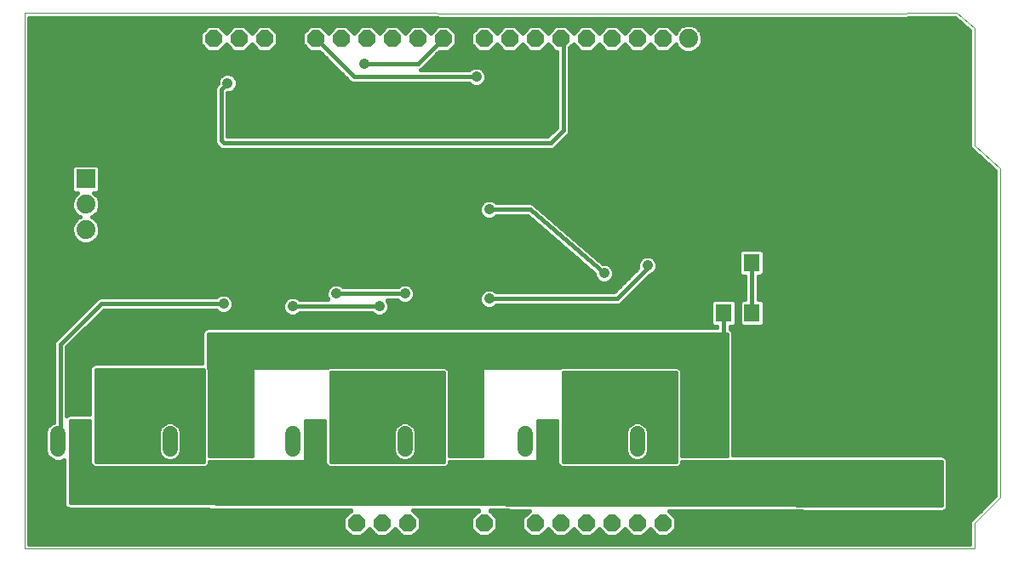
<source format=gbl>
G75*
%MOIN*%
%OFA0B0*%
%FSLAX25Y25*%
%IPPOS*%
%LPD*%
%AMOC8*
5,1,8,0,0,1.08239X$1,22.5*
%
%ADD10C,0.00000*%
%ADD11R,0.06299X0.07098*%
%ADD12R,0.06299X0.07087*%
%ADD13R,0.07087X0.12598*%
%ADD14OC8,0.06600*%
%ADD15C,0.06600*%
%ADD16R,0.06500X0.06500*%
%ADD17R,0.07400X0.07400*%
%ADD18C,0.07400*%
%ADD19OC8,0.15000*%
%ADD20C,0.06000*%
%ADD21C,0.04134*%
%ADD22C,0.01600*%
D10*
X0005000Y0005000D02*
X0005000Y0215000D01*
X0330921Y0214701D01*
X0370000Y0215000D01*
X0377000Y0209000D01*
X0377000Y0163000D01*
X0387000Y0154000D01*
X0387000Y0025000D01*
X0377000Y0015000D01*
X0377000Y0005000D01*
X0005000Y0005000D01*
D11*
X0278732Y0097520D03*
X0289929Y0097520D03*
D12*
X0289701Y0117071D03*
X0278677Y0117071D03*
D13*
X0274843Y0081189D03*
X0296890Y0081189D03*
D14*
X0255000Y0015000D03*
X0245000Y0015000D03*
X0235000Y0015000D03*
X0225000Y0015000D03*
X0215000Y0015000D03*
X0205000Y0015000D03*
X0185000Y0015000D03*
X0175000Y0015000D03*
X0165000Y0015000D03*
X0155000Y0015000D03*
X0145000Y0015000D03*
X0135000Y0015000D03*
X0139000Y0205000D03*
X0129000Y0205000D03*
X0119000Y0205000D03*
X0109000Y0205000D03*
X0099000Y0205000D03*
X0089000Y0205000D03*
X0079000Y0205000D03*
X0149000Y0205000D03*
X0159000Y0205000D03*
X0169000Y0205000D03*
X0185000Y0205000D03*
X0195000Y0205000D03*
X0205000Y0205000D03*
X0215000Y0205000D03*
X0225000Y0205000D03*
X0235000Y0205000D03*
X0245000Y0205000D03*
X0255000Y0205000D03*
D15*
X0311000Y0061000D03*
D16*
X0311000Y0031000D03*
D17*
X0029000Y0150000D03*
D18*
X0029000Y0140000D03*
X0029000Y0130000D03*
X0265000Y0205000D03*
X0275000Y0205000D03*
D19*
X0233000Y0065000D03*
X0142000Y0065000D03*
X0050000Y0065000D03*
X0354000Y0062000D03*
X0355000Y0031000D03*
D20*
X0265000Y0044000D02*
X0265000Y0050000D01*
X0255000Y0050000D02*
X0255000Y0044000D01*
X0245000Y0044000D02*
X0245000Y0050000D01*
X0221000Y0050000D02*
X0221000Y0044000D01*
X0211000Y0044000D02*
X0211000Y0050000D01*
X0201000Y0050000D02*
X0201000Y0044000D01*
X0174000Y0044000D02*
X0174000Y0050000D01*
X0164000Y0050000D02*
X0164000Y0044000D01*
X0154000Y0044000D02*
X0154000Y0050000D01*
X0130000Y0050000D02*
X0130000Y0044000D01*
X0120000Y0044000D02*
X0120000Y0050000D01*
X0110000Y0050000D02*
X0110000Y0044000D01*
X0082000Y0044000D02*
X0082000Y0050000D01*
X0072000Y0050000D02*
X0072000Y0044000D01*
X0062000Y0044000D02*
X0062000Y0050000D01*
X0038000Y0050000D02*
X0038000Y0044000D01*
X0028000Y0044000D02*
X0028000Y0050000D01*
X0018000Y0050000D02*
X0018000Y0044000D01*
D21*
X0083000Y0101000D03*
X0110000Y0100000D03*
X0127000Y0105000D03*
X0144000Y0100000D03*
X0154000Y0105000D03*
X0187000Y0103000D03*
X0232000Y0113000D03*
X0249000Y0116000D03*
X0233000Y0139000D03*
X0187000Y0138000D03*
X0182000Y0190000D03*
X0138000Y0195000D03*
X0084500Y0187500D03*
D22*
X0082000Y0185000D01*
X0082000Y0165000D01*
X0083000Y0164000D01*
X0211000Y0164000D01*
X0216000Y0169000D01*
X0216000Y0204000D01*
X0215000Y0205000D01*
X0218600Y0201388D02*
X0220000Y0202788D01*
X0222888Y0199900D01*
X0227112Y0199900D01*
X0230000Y0202788D01*
X0232888Y0199900D01*
X0237112Y0199900D01*
X0240000Y0202788D01*
X0242888Y0199900D01*
X0247112Y0199900D01*
X0250000Y0202788D01*
X0252888Y0199900D01*
X0257112Y0199900D01*
X0259974Y0202762D01*
X0260337Y0201884D01*
X0261884Y0200337D01*
X0263906Y0199500D01*
X0266094Y0199500D01*
X0268115Y0200337D01*
X0269663Y0201884D01*
X0270500Y0203906D01*
X0270500Y0206094D01*
X0269663Y0208115D01*
X0268115Y0209663D01*
X0266094Y0210500D01*
X0263906Y0210500D01*
X0261884Y0209663D01*
X0260337Y0208115D01*
X0259974Y0207238D01*
X0257112Y0210100D01*
X0252888Y0210100D01*
X0250000Y0207212D01*
X0247112Y0210100D01*
X0242888Y0210100D01*
X0240000Y0207212D01*
X0237112Y0210100D01*
X0232888Y0210100D01*
X0230000Y0207212D01*
X0227112Y0210100D01*
X0222888Y0210100D01*
X0220000Y0207212D01*
X0217112Y0210100D01*
X0212888Y0210100D01*
X0210000Y0207212D01*
X0207112Y0210100D01*
X0202888Y0210100D01*
X0200000Y0207212D01*
X0197112Y0210100D01*
X0192888Y0210100D01*
X0190000Y0207212D01*
X0187112Y0210100D01*
X0182888Y0210100D01*
X0179900Y0207112D01*
X0179900Y0202888D01*
X0182888Y0199900D01*
X0187112Y0199900D01*
X0190000Y0202788D01*
X0192888Y0199900D01*
X0197112Y0199900D01*
X0200000Y0202788D01*
X0202888Y0199900D01*
X0207112Y0199900D01*
X0210000Y0202788D01*
X0212888Y0199900D01*
X0213400Y0199900D01*
X0213400Y0170077D01*
X0209923Y0166600D01*
X0084600Y0166600D01*
X0084600Y0183633D01*
X0085269Y0183633D01*
X0086690Y0184222D01*
X0087778Y0185310D01*
X0088367Y0186731D01*
X0088367Y0188269D01*
X0087778Y0189690D01*
X0086690Y0190778D01*
X0085269Y0191367D01*
X0083731Y0191367D01*
X0082310Y0190778D01*
X0081222Y0189690D01*
X0080633Y0188269D01*
X0080633Y0187310D01*
X0079796Y0186473D01*
X0079400Y0185517D01*
X0079400Y0164483D01*
X0079796Y0163527D01*
X0080527Y0162796D01*
X0081527Y0161796D01*
X0082483Y0161400D01*
X0211517Y0161400D01*
X0212473Y0161796D01*
X0213204Y0162527D01*
X0218204Y0167527D01*
X0218600Y0168483D01*
X0218600Y0201388D01*
X0218600Y0200520D02*
X0222267Y0200520D01*
X0220669Y0202119D02*
X0219331Y0202119D01*
X0218600Y0198922D02*
X0375200Y0198922D01*
X0375200Y0200520D02*
X0268298Y0200520D01*
X0269760Y0202119D02*
X0375200Y0202119D01*
X0375200Y0203717D02*
X0270422Y0203717D01*
X0270500Y0205316D02*
X0375200Y0205316D01*
X0375200Y0206914D02*
X0270160Y0206914D01*
X0269265Y0208513D02*
X0374803Y0208513D01*
X0375200Y0208172D02*
X0375200Y0163691D01*
X0375163Y0163650D01*
X0375200Y0162953D01*
X0375200Y0162254D01*
X0375239Y0162216D01*
X0375242Y0162161D01*
X0375761Y0161694D01*
X0376254Y0161200D01*
X0376309Y0161200D01*
X0385200Y0153198D01*
X0385200Y0025746D01*
X0375200Y0015746D01*
X0375200Y0006800D01*
X0006800Y0006800D01*
X0006800Y0213198D01*
X0330183Y0212901D01*
X0330189Y0212895D01*
X0330927Y0212901D01*
X0331665Y0212900D01*
X0331672Y0212906D01*
X0369340Y0213195D01*
X0375200Y0208172D01*
X0372938Y0210111D02*
X0267033Y0210111D01*
X0262967Y0210111D02*
X0006800Y0210111D01*
X0006800Y0208513D02*
X0075300Y0208513D01*
X0073900Y0207112D02*
X0076888Y0210100D01*
X0081112Y0210100D01*
X0084000Y0207212D01*
X0086888Y0210100D01*
X0091112Y0210100D01*
X0094000Y0207212D01*
X0096888Y0210100D01*
X0101112Y0210100D01*
X0104100Y0207112D01*
X0104100Y0202888D01*
X0101112Y0199900D01*
X0096888Y0199900D01*
X0094000Y0202788D01*
X0091112Y0199900D01*
X0086888Y0199900D01*
X0084000Y0202788D01*
X0081112Y0199900D01*
X0076888Y0199900D01*
X0073900Y0202888D01*
X0073900Y0207112D01*
X0073900Y0206914D02*
X0006800Y0206914D01*
X0006800Y0205316D02*
X0073900Y0205316D01*
X0073900Y0203717D02*
X0006800Y0203717D01*
X0006800Y0202119D02*
X0074669Y0202119D01*
X0076267Y0200520D02*
X0006800Y0200520D01*
X0006800Y0198922D02*
X0121401Y0198922D01*
X0120423Y0199900D02*
X0132527Y0187796D01*
X0133483Y0187400D01*
X0179131Y0187400D01*
X0179810Y0186722D01*
X0181231Y0186133D01*
X0182769Y0186133D01*
X0184190Y0186722D01*
X0185278Y0187810D01*
X0185867Y0189231D01*
X0185867Y0190769D01*
X0185278Y0192190D01*
X0184190Y0193278D01*
X0182769Y0193867D01*
X0181231Y0193867D01*
X0179810Y0193278D01*
X0179131Y0192600D01*
X0160000Y0192600D01*
X0160473Y0192796D01*
X0167577Y0199900D01*
X0171112Y0199900D01*
X0174100Y0202888D01*
X0174100Y0207112D01*
X0171112Y0210100D01*
X0166888Y0210100D01*
X0164000Y0207212D01*
X0161112Y0210100D01*
X0156888Y0210100D01*
X0154000Y0207212D01*
X0151112Y0210100D01*
X0146888Y0210100D01*
X0144000Y0207212D01*
X0141112Y0210100D01*
X0136888Y0210100D01*
X0134000Y0207212D01*
X0131112Y0210100D01*
X0126888Y0210100D01*
X0124000Y0207212D01*
X0121112Y0210100D01*
X0116888Y0210100D01*
X0113900Y0207112D01*
X0113900Y0202888D01*
X0116888Y0199900D01*
X0120423Y0199900D01*
X0123000Y0197323D02*
X0006800Y0197323D01*
X0006800Y0195725D02*
X0124598Y0195725D01*
X0126197Y0194126D02*
X0006800Y0194126D01*
X0006800Y0192528D02*
X0127795Y0192528D01*
X0129394Y0190929D02*
X0086326Y0190929D01*
X0087927Y0189331D02*
X0130992Y0189331D01*
X0132681Y0187732D02*
X0088367Y0187732D01*
X0088120Y0186134D02*
X0181230Y0186134D01*
X0182770Y0186134D02*
X0213400Y0186134D01*
X0213400Y0187732D02*
X0185201Y0187732D01*
X0185867Y0189331D02*
X0213400Y0189331D01*
X0213400Y0190929D02*
X0185801Y0190929D01*
X0184941Y0192528D02*
X0213400Y0192528D01*
X0213400Y0194126D02*
X0161803Y0194126D01*
X0163402Y0195725D02*
X0213400Y0195725D01*
X0213400Y0197323D02*
X0165000Y0197323D01*
X0166599Y0198922D02*
X0213400Y0198922D01*
X0212267Y0200520D02*
X0207733Y0200520D01*
X0209331Y0202119D02*
X0210669Y0202119D01*
X0202267Y0200520D02*
X0197733Y0200520D01*
X0199331Y0202119D02*
X0200669Y0202119D01*
X0192267Y0200520D02*
X0187733Y0200520D01*
X0189331Y0202119D02*
X0190669Y0202119D01*
X0191300Y0208513D02*
X0188700Y0208513D01*
X0181300Y0208513D02*
X0172700Y0208513D01*
X0174100Y0206914D02*
X0179900Y0206914D01*
X0179900Y0205316D02*
X0174100Y0205316D01*
X0174100Y0203717D02*
X0179900Y0203717D01*
X0180669Y0202119D02*
X0173331Y0202119D01*
X0171733Y0200520D02*
X0182267Y0200520D01*
X0169000Y0205000D02*
X0159000Y0195000D01*
X0138000Y0195000D01*
X0134000Y0190000D02*
X0119000Y0205000D01*
X0113900Y0205316D02*
X0104100Y0205316D01*
X0104100Y0206914D02*
X0113900Y0206914D01*
X0115300Y0208513D02*
X0102700Y0208513D01*
X0095300Y0208513D02*
X0092700Y0208513D01*
X0085300Y0208513D02*
X0082700Y0208513D01*
X0083331Y0202119D02*
X0084669Y0202119D01*
X0086267Y0200520D02*
X0081733Y0200520D01*
X0091733Y0200520D02*
X0096267Y0200520D01*
X0094669Y0202119D02*
X0093331Y0202119D01*
X0101733Y0200520D02*
X0116267Y0200520D01*
X0114669Y0202119D02*
X0103331Y0202119D01*
X0104100Y0203717D02*
X0113900Y0203717D01*
X0122700Y0208513D02*
X0125300Y0208513D01*
X0132700Y0208513D02*
X0135300Y0208513D01*
X0142700Y0208513D02*
X0145300Y0208513D01*
X0152700Y0208513D02*
X0155300Y0208513D01*
X0162700Y0208513D02*
X0165300Y0208513D01*
X0182000Y0190000D02*
X0134000Y0190000D01*
X0087004Y0184535D02*
X0213400Y0184535D01*
X0213400Y0182937D02*
X0084600Y0182937D01*
X0084600Y0181338D02*
X0213400Y0181338D01*
X0213400Y0179739D02*
X0084600Y0179739D01*
X0084600Y0178141D02*
X0213400Y0178141D01*
X0213400Y0176542D02*
X0084600Y0176542D01*
X0084600Y0174944D02*
X0213400Y0174944D01*
X0213400Y0173345D02*
X0084600Y0173345D01*
X0084600Y0171747D02*
X0213400Y0171747D01*
X0213400Y0170148D02*
X0084600Y0170148D01*
X0084600Y0168550D02*
X0211873Y0168550D01*
X0210274Y0166951D02*
X0084600Y0166951D01*
X0079400Y0166951D02*
X0006800Y0166951D01*
X0006800Y0165353D02*
X0079400Y0165353D01*
X0079702Y0163754D02*
X0006800Y0163754D01*
X0006800Y0162156D02*
X0081167Y0162156D01*
X0079400Y0168550D02*
X0006800Y0168550D01*
X0006800Y0170148D02*
X0079400Y0170148D01*
X0079400Y0171747D02*
X0006800Y0171747D01*
X0006800Y0173345D02*
X0079400Y0173345D01*
X0079400Y0174944D02*
X0006800Y0174944D01*
X0006800Y0176542D02*
X0079400Y0176542D01*
X0079400Y0178141D02*
X0006800Y0178141D01*
X0006800Y0179739D02*
X0079400Y0179739D01*
X0079400Y0181338D02*
X0006800Y0181338D01*
X0006800Y0182937D02*
X0079400Y0182937D01*
X0079400Y0184535D02*
X0006800Y0184535D01*
X0006800Y0186134D02*
X0079655Y0186134D01*
X0080633Y0187732D02*
X0006800Y0187732D01*
X0006800Y0189331D02*
X0081073Y0189331D01*
X0082674Y0190929D02*
X0006800Y0190929D01*
X0006800Y0211710D02*
X0371073Y0211710D01*
X0375200Y0197323D02*
X0218600Y0197323D01*
X0218600Y0195725D02*
X0375200Y0195725D01*
X0375200Y0194126D02*
X0218600Y0194126D01*
X0218600Y0192528D02*
X0375200Y0192528D01*
X0375200Y0190929D02*
X0218600Y0190929D01*
X0218600Y0189331D02*
X0375200Y0189331D01*
X0375200Y0187732D02*
X0218600Y0187732D01*
X0218600Y0186134D02*
X0375200Y0186134D01*
X0375200Y0184535D02*
X0218600Y0184535D01*
X0218600Y0182937D02*
X0375200Y0182937D01*
X0375200Y0181338D02*
X0218600Y0181338D01*
X0218600Y0179739D02*
X0375200Y0179739D01*
X0375200Y0178141D02*
X0218600Y0178141D01*
X0218600Y0176542D02*
X0375200Y0176542D01*
X0375200Y0174944D02*
X0218600Y0174944D01*
X0218600Y0173345D02*
X0375200Y0173345D01*
X0375200Y0171747D02*
X0218600Y0171747D01*
X0218600Y0170148D02*
X0375200Y0170148D01*
X0375200Y0168550D02*
X0218600Y0168550D01*
X0217628Y0166951D02*
X0375200Y0166951D01*
X0375200Y0165353D02*
X0216030Y0165353D01*
X0214431Y0163754D02*
X0375200Y0163754D01*
X0375247Y0162156D02*
X0212833Y0162156D01*
X0189869Y0140600D02*
X0189190Y0141278D01*
X0187769Y0141867D01*
X0186231Y0141867D01*
X0184810Y0141278D01*
X0183722Y0140190D01*
X0183133Y0138769D01*
X0183133Y0137231D01*
X0183722Y0135810D01*
X0184810Y0134722D01*
X0186231Y0134133D01*
X0187769Y0134133D01*
X0189190Y0134722D01*
X0189869Y0135400D01*
X0202034Y0135400D01*
X0228133Y0112901D01*
X0228133Y0112231D01*
X0228722Y0110810D01*
X0229810Y0109722D01*
X0231231Y0109133D01*
X0232769Y0109133D01*
X0234190Y0109722D01*
X0235278Y0110810D01*
X0235867Y0112231D01*
X0235867Y0113769D01*
X0235278Y0115190D01*
X0234190Y0116278D01*
X0232769Y0116867D01*
X0231496Y0116867D01*
X0204770Y0139907D01*
X0204473Y0140204D01*
X0204381Y0140242D01*
X0204306Y0140307D01*
X0203906Y0140439D01*
X0203517Y0140600D01*
X0203418Y0140600D01*
X0203324Y0140631D01*
X0202904Y0140600D01*
X0189869Y0140600D01*
X0188956Y0141375D02*
X0385200Y0141375D01*
X0385200Y0139777D02*
X0204921Y0139777D01*
X0206775Y0138178D02*
X0385200Y0138178D01*
X0385200Y0136580D02*
X0208630Y0136580D01*
X0210484Y0134981D02*
X0385200Y0134981D01*
X0385200Y0133383D02*
X0212338Y0133383D01*
X0214192Y0131784D02*
X0385200Y0131784D01*
X0385200Y0130186D02*
X0216047Y0130186D01*
X0217901Y0128587D02*
X0385200Y0128587D01*
X0385200Y0126989D02*
X0219755Y0126989D01*
X0221609Y0125390D02*
X0385200Y0125390D01*
X0385200Y0123792D02*
X0223464Y0123792D01*
X0225318Y0122193D02*
X0285584Y0122193D01*
X0285806Y0122414D02*
X0284751Y0121360D01*
X0284751Y0112782D01*
X0285806Y0111728D01*
X0287101Y0111728D01*
X0287101Y0102869D01*
X0286034Y0102869D01*
X0284980Y0101814D01*
X0284980Y0093225D01*
X0286034Y0092170D01*
X0293824Y0092170D01*
X0294879Y0093225D01*
X0294879Y0101814D01*
X0293824Y0102869D01*
X0292301Y0102869D01*
X0292301Y0111728D01*
X0293596Y0111728D01*
X0294650Y0112782D01*
X0294650Y0121360D01*
X0293596Y0122414D01*
X0285806Y0122414D01*
X0284751Y0120595D02*
X0227172Y0120595D01*
X0229027Y0118996D02*
X0246527Y0118996D01*
X0246810Y0119278D02*
X0245722Y0118190D01*
X0245133Y0116769D01*
X0245133Y0115231D01*
X0245256Y0114933D01*
X0235923Y0105600D01*
X0189869Y0105600D01*
X0189190Y0106278D01*
X0187769Y0106867D01*
X0186231Y0106867D01*
X0184810Y0106278D01*
X0183722Y0105190D01*
X0183133Y0103769D01*
X0183133Y0102231D01*
X0183722Y0100810D01*
X0184810Y0099722D01*
X0186231Y0099133D01*
X0187769Y0099133D01*
X0189190Y0099722D01*
X0189869Y0100400D01*
X0237517Y0100400D01*
X0238473Y0100796D01*
X0249839Y0112162D01*
X0251190Y0112722D01*
X0252278Y0113810D01*
X0252867Y0115231D01*
X0252867Y0116769D01*
X0252278Y0118190D01*
X0251190Y0119278D01*
X0249769Y0119867D01*
X0248231Y0119867D01*
X0246810Y0119278D01*
X0245393Y0117398D02*
X0230881Y0117398D01*
X0234670Y0115799D02*
X0245133Y0115799D01*
X0244524Y0114201D02*
X0235688Y0114201D01*
X0235867Y0112602D02*
X0242925Y0112602D01*
X0241327Y0111003D02*
X0235359Y0111003D01*
X0233426Y0109405D02*
X0239728Y0109405D01*
X0238130Y0107806D02*
X0156662Y0107806D01*
X0156190Y0108278D02*
X0154769Y0108867D01*
X0153231Y0108867D01*
X0151810Y0108278D01*
X0151131Y0107600D01*
X0129869Y0107600D01*
X0129190Y0108278D01*
X0127769Y0108867D01*
X0126231Y0108867D01*
X0124810Y0108278D01*
X0123722Y0107190D01*
X0123133Y0105769D01*
X0123133Y0104231D01*
X0123722Y0102810D01*
X0123931Y0102600D01*
X0112869Y0102600D01*
X0112190Y0103278D01*
X0110769Y0103867D01*
X0109231Y0103867D01*
X0107810Y0103278D01*
X0106722Y0102190D01*
X0106133Y0100769D01*
X0106133Y0099231D01*
X0106722Y0097810D01*
X0107810Y0096722D01*
X0109231Y0096133D01*
X0110769Y0096133D01*
X0112190Y0096722D01*
X0112869Y0097400D01*
X0141131Y0097400D01*
X0141810Y0096722D01*
X0143231Y0096133D01*
X0144769Y0096133D01*
X0146190Y0096722D01*
X0147278Y0097810D01*
X0147867Y0099231D01*
X0147867Y0100769D01*
X0147278Y0102190D01*
X0147069Y0102400D01*
X0151131Y0102400D01*
X0151810Y0101722D01*
X0153231Y0101133D01*
X0154769Y0101133D01*
X0156190Y0101722D01*
X0157278Y0102810D01*
X0157867Y0104231D01*
X0157867Y0105769D01*
X0157278Y0107190D01*
X0156190Y0108278D01*
X0157685Y0106208D02*
X0184739Y0106208D01*
X0183481Y0104609D02*
X0157867Y0104609D01*
X0157362Y0103011D02*
X0183133Y0103011D01*
X0183472Y0101412D02*
X0155444Y0101412D01*
X0152556Y0101412D02*
X0147600Y0101412D01*
X0147867Y0099814D02*
X0184717Y0099814D01*
X0187000Y0103000D02*
X0237000Y0103000D01*
X0249000Y0115000D01*
X0249000Y0116000D01*
X0252607Y0117398D02*
X0284751Y0117398D01*
X0284751Y0118996D02*
X0251473Y0118996D01*
X0252867Y0115799D02*
X0284751Y0115799D01*
X0284751Y0114201D02*
X0252440Y0114201D01*
X0250901Y0112602D02*
X0284931Y0112602D01*
X0287101Y0111003D02*
X0248680Y0111003D01*
X0247082Y0109405D02*
X0287101Y0109405D01*
X0287101Y0107806D02*
X0245483Y0107806D01*
X0243885Y0106208D02*
X0287101Y0106208D01*
X0287101Y0104609D02*
X0242286Y0104609D01*
X0240688Y0103011D02*
X0287101Y0103011D01*
X0284980Y0101412D02*
X0283682Y0101412D01*
X0283682Y0101814D02*
X0282627Y0102869D01*
X0274837Y0102869D01*
X0273783Y0101814D01*
X0273783Y0093225D01*
X0274837Y0092170D01*
X0276132Y0092170D01*
X0276132Y0091600D01*
X0076483Y0091600D01*
X0075527Y0091204D01*
X0074796Y0090473D01*
X0074400Y0089517D01*
X0074400Y0077600D01*
X0033517Y0077600D01*
X0032483Y0077600D01*
X0031527Y0077204D01*
X0030796Y0076473D01*
X0030400Y0075517D01*
X0030400Y0057600D01*
X0022483Y0057600D01*
X0021600Y0057234D01*
X0021600Y0083923D01*
X0036077Y0098400D01*
X0080131Y0098400D01*
X0080810Y0097722D01*
X0082231Y0097133D01*
X0083769Y0097133D01*
X0085190Y0097722D01*
X0086278Y0098810D01*
X0086867Y0100231D01*
X0086867Y0101769D01*
X0086278Y0103190D01*
X0085190Y0104278D01*
X0083769Y0104867D01*
X0082231Y0104867D01*
X0080810Y0104278D01*
X0080131Y0103600D01*
X0034483Y0103600D01*
X0033527Y0103204D01*
X0017527Y0087204D01*
X0016796Y0086473D01*
X0016400Y0085517D01*
X0016400Y0054533D01*
X0015281Y0054069D01*
X0013931Y0052719D01*
X0013200Y0050955D01*
X0013200Y0043045D01*
X0013931Y0041281D01*
X0015281Y0039931D01*
X0017045Y0039200D01*
X0018955Y0039200D01*
X0020400Y0039799D01*
X0020400Y0023003D01*
X0020398Y0022490D01*
X0020400Y0022487D01*
X0020400Y0022483D01*
X0020596Y0022009D01*
X0020792Y0021534D01*
X0020794Y0021531D01*
X0020796Y0021527D01*
X0021157Y0021166D01*
X0021521Y0020800D01*
X0021524Y0020799D01*
X0021527Y0020796D01*
X0022000Y0020600D01*
X0022475Y0020402D01*
X0022479Y0020402D01*
X0022483Y0020400D01*
X0022995Y0020400D01*
X0132865Y0020078D01*
X0129900Y0017112D01*
X0129900Y0012888D01*
X0132888Y0009900D01*
X0137112Y0009900D01*
X0140000Y0012788D01*
X0142888Y0009900D01*
X0147112Y0009900D01*
X0150000Y0012788D01*
X0152888Y0009900D01*
X0157112Y0009900D01*
X0160100Y0012888D01*
X0160100Y0017112D01*
X0157206Y0020006D01*
X0182719Y0019932D01*
X0179900Y0017112D01*
X0179900Y0012888D01*
X0182888Y0009900D01*
X0187112Y0009900D01*
X0190100Y0012888D01*
X0190100Y0017112D01*
X0187294Y0019918D01*
X0202661Y0019873D01*
X0199900Y0017112D01*
X0199900Y0012888D01*
X0202888Y0009900D01*
X0207112Y0009900D01*
X0210000Y0012788D01*
X0212888Y0009900D01*
X0217112Y0009900D01*
X0220000Y0012788D01*
X0222888Y0009900D01*
X0227112Y0009900D01*
X0230000Y0012788D01*
X0232888Y0009900D01*
X0237112Y0009900D01*
X0240000Y0012788D01*
X0242888Y0009900D01*
X0247112Y0009900D01*
X0250000Y0012788D01*
X0252888Y0009900D01*
X0257112Y0009900D01*
X0260100Y0012888D01*
X0260100Y0017112D01*
X0257500Y0019712D01*
X0363479Y0019402D01*
X0363483Y0019400D01*
X0363998Y0019400D01*
X0364510Y0019398D01*
X0364513Y0019400D01*
X0364517Y0019400D01*
X0364991Y0019596D01*
X0365466Y0019792D01*
X0365469Y0019794D01*
X0365473Y0019796D01*
X0365834Y0020157D01*
X0366200Y0020521D01*
X0366201Y0020524D01*
X0366204Y0020527D01*
X0366400Y0021000D01*
X0366598Y0021475D01*
X0366598Y0021479D01*
X0366600Y0021483D01*
X0366600Y0021997D01*
X0366601Y0022510D01*
X0366600Y0022513D01*
X0366600Y0039517D01*
X0366204Y0040473D01*
X0365473Y0041204D01*
X0364517Y0041600D01*
X0282600Y0041600D01*
X0282600Y0089517D01*
X0282204Y0090473D01*
X0281473Y0091204D01*
X0281332Y0091262D01*
X0281332Y0092170D01*
X0282627Y0092170D01*
X0283682Y0093225D01*
X0283682Y0101814D01*
X0283682Y0099814D02*
X0284980Y0099814D01*
X0284980Y0098215D02*
X0283682Y0098215D01*
X0283682Y0096617D02*
X0284980Y0096617D01*
X0284980Y0095018D02*
X0283682Y0095018D01*
X0283682Y0093420D02*
X0284980Y0093420D01*
X0281332Y0091821D02*
X0385200Y0091821D01*
X0385200Y0090223D02*
X0282308Y0090223D01*
X0282600Y0088624D02*
X0385200Y0088624D01*
X0385200Y0087026D02*
X0282600Y0087026D01*
X0282600Y0085427D02*
X0385200Y0085427D01*
X0385200Y0083829D02*
X0282600Y0083829D01*
X0282600Y0082230D02*
X0385200Y0082230D01*
X0385200Y0080632D02*
X0282600Y0080632D01*
X0282600Y0079033D02*
X0385200Y0079033D01*
X0385200Y0077435D02*
X0282600Y0077435D01*
X0282600Y0075836D02*
X0385200Y0075836D01*
X0385200Y0074238D02*
X0282600Y0074238D01*
X0282600Y0072639D02*
X0385200Y0072639D01*
X0385200Y0071041D02*
X0282600Y0071041D01*
X0282600Y0069442D02*
X0385200Y0069442D01*
X0385200Y0067844D02*
X0282600Y0067844D01*
X0282600Y0066245D02*
X0385200Y0066245D01*
X0385200Y0064647D02*
X0282600Y0064647D01*
X0282600Y0063048D02*
X0385200Y0063048D01*
X0385200Y0061450D02*
X0282600Y0061450D01*
X0282600Y0059851D02*
X0385200Y0059851D01*
X0385200Y0058253D02*
X0282600Y0058253D01*
X0282600Y0056654D02*
X0385200Y0056654D01*
X0385200Y0055056D02*
X0282600Y0055056D01*
X0282600Y0053457D02*
X0385200Y0053457D01*
X0385200Y0051859D02*
X0282600Y0051859D01*
X0282600Y0050260D02*
X0385200Y0050260D01*
X0385200Y0048662D02*
X0282600Y0048662D01*
X0282600Y0047063D02*
X0385200Y0047063D01*
X0385200Y0045465D02*
X0282600Y0045465D01*
X0282600Y0043866D02*
X0385200Y0043866D01*
X0385200Y0042268D02*
X0282600Y0042268D01*
X0280000Y0042268D02*
X0262400Y0042268D01*
X0262400Y0041400D02*
X0262400Y0074477D01*
X0262035Y0075359D01*
X0261359Y0076035D01*
X0260477Y0076400D01*
X0215523Y0076400D01*
X0214641Y0076035D01*
X0214606Y0076000D01*
X0184000Y0076000D01*
X0184000Y0041400D01*
X0171400Y0041400D01*
X0171400Y0074477D01*
X0171035Y0075359D01*
X0170359Y0076035D01*
X0169477Y0076400D01*
X0124523Y0076400D01*
X0123641Y0076035D01*
X0123606Y0076000D01*
X0094000Y0076000D01*
X0094000Y0041400D01*
X0077400Y0041400D01*
X0077400Y0074523D01*
X0077400Y0075477D01*
X0077035Y0076359D01*
X0077000Y0076394D01*
X0077000Y0089000D01*
X0280000Y0089000D01*
X0280000Y0041400D01*
X0262400Y0041400D01*
X0262400Y0043866D02*
X0280000Y0043866D01*
X0280000Y0045465D02*
X0262400Y0045465D01*
X0262400Y0047063D02*
X0280000Y0047063D01*
X0280000Y0048662D02*
X0262400Y0048662D01*
X0262400Y0050260D02*
X0280000Y0050260D01*
X0280000Y0051859D02*
X0262400Y0051859D01*
X0262400Y0053457D02*
X0280000Y0053457D01*
X0280000Y0055056D02*
X0262400Y0055056D01*
X0262400Y0056654D02*
X0280000Y0056654D01*
X0280000Y0058253D02*
X0262400Y0058253D01*
X0262400Y0059851D02*
X0280000Y0059851D01*
X0280000Y0061450D02*
X0262400Y0061450D01*
X0262400Y0063048D02*
X0280000Y0063048D01*
X0280000Y0064647D02*
X0262400Y0064647D01*
X0262400Y0066245D02*
X0280000Y0066245D01*
X0280000Y0067844D02*
X0262400Y0067844D01*
X0262400Y0069442D02*
X0280000Y0069442D01*
X0280000Y0071041D02*
X0262400Y0071041D01*
X0262400Y0072639D02*
X0280000Y0072639D01*
X0280000Y0074238D02*
X0262400Y0074238D01*
X0261558Y0075836D02*
X0280000Y0075836D01*
X0280000Y0077435D02*
X0077000Y0077435D01*
X0077000Y0079033D02*
X0280000Y0079033D01*
X0280000Y0080632D02*
X0077000Y0080632D01*
X0077000Y0082230D02*
X0280000Y0082230D01*
X0280000Y0083829D02*
X0077000Y0083829D01*
X0077000Y0085427D02*
X0280000Y0085427D01*
X0279000Y0085346D02*
X0279000Y0088000D01*
X0278732Y0088268D01*
X0278732Y0097520D01*
X0278732Y0094732D01*
X0276132Y0091821D02*
X0029498Y0091821D01*
X0027900Y0090223D02*
X0074692Y0090223D01*
X0074400Y0088624D02*
X0026301Y0088624D01*
X0024703Y0087026D02*
X0074400Y0087026D01*
X0074400Y0085427D02*
X0023104Y0085427D01*
X0021600Y0083829D02*
X0074400Y0083829D01*
X0074400Y0082230D02*
X0021600Y0082230D01*
X0021600Y0080632D02*
X0074400Y0080632D01*
X0074400Y0079033D02*
X0021600Y0079033D01*
X0021600Y0077435D02*
X0032084Y0077435D01*
X0030532Y0075836D02*
X0021600Y0075836D01*
X0021600Y0074238D02*
X0030400Y0074238D01*
X0030400Y0072639D02*
X0021600Y0072639D01*
X0021600Y0071041D02*
X0030400Y0071041D01*
X0030400Y0069442D02*
X0021600Y0069442D01*
X0021600Y0067844D02*
X0030400Y0067844D01*
X0030400Y0066245D02*
X0021600Y0066245D01*
X0021600Y0064647D02*
X0030400Y0064647D01*
X0030400Y0063048D02*
X0021600Y0063048D01*
X0021600Y0061450D02*
X0030400Y0061450D01*
X0030400Y0059851D02*
X0021600Y0059851D01*
X0021600Y0058253D02*
X0030400Y0058253D01*
X0033000Y0058253D02*
X0075000Y0058253D01*
X0075000Y0059851D02*
X0033000Y0059851D01*
X0033000Y0061450D02*
X0075000Y0061450D01*
X0075000Y0063048D02*
X0033000Y0063048D01*
X0033000Y0064647D02*
X0075000Y0064647D01*
X0075000Y0066245D02*
X0033000Y0066245D01*
X0033000Y0067844D02*
X0075000Y0067844D01*
X0075000Y0069442D02*
X0033000Y0069442D01*
X0033000Y0071041D02*
X0075000Y0071041D01*
X0075000Y0072639D02*
X0033000Y0072639D01*
X0033000Y0074238D02*
X0075000Y0074238D01*
X0075000Y0075000D02*
X0075000Y0039000D01*
X0033000Y0039000D01*
X0033000Y0075000D01*
X0075000Y0075000D01*
X0077251Y0075836D02*
X0094000Y0075836D01*
X0094000Y0074238D02*
X0077400Y0074238D01*
X0077400Y0072639D02*
X0094000Y0072639D01*
X0094000Y0071041D02*
X0077400Y0071041D01*
X0077400Y0069442D02*
X0094000Y0069442D01*
X0094000Y0067844D02*
X0077400Y0067844D01*
X0077400Y0066245D02*
X0094000Y0066245D01*
X0094000Y0064647D02*
X0077400Y0064647D01*
X0077400Y0063048D02*
X0094000Y0063048D01*
X0094000Y0061450D02*
X0077400Y0061450D01*
X0077400Y0059851D02*
X0094000Y0059851D01*
X0094000Y0058253D02*
X0077400Y0058253D01*
X0077400Y0056654D02*
X0094000Y0056654D01*
X0094000Y0055056D02*
X0077400Y0055056D01*
X0077400Y0053457D02*
X0094000Y0053457D01*
X0094000Y0051859D02*
X0077400Y0051859D01*
X0077400Y0050260D02*
X0094000Y0050260D01*
X0094000Y0048662D02*
X0077400Y0048662D01*
X0077400Y0047063D02*
X0094000Y0047063D01*
X0094000Y0045465D02*
X0077400Y0045465D01*
X0077400Y0043866D02*
X0094000Y0043866D01*
X0094000Y0042268D02*
X0077400Y0042268D01*
X0075000Y0042268D02*
X0066261Y0042268D01*
X0066600Y0043085D02*
X0066600Y0050915D01*
X0065900Y0052606D01*
X0064606Y0053900D01*
X0062915Y0054600D01*
X0061085Y0054600D01*
X0059394Y0053900D01*
X0058100Y0052606D01*
X0057400Y0050915D01*
X0057400Y0043085D01*
X0058100Y0041394D01*
X0059394Y0040100D01*
X0061085Y0039400D01*
X0062915Y0039400D01*
X0064606Y0040100D01*
X0065900Y0041394D01*
X0066600Y0043085D01*
X0066600Y0043866D02*
X0075000Y0043866D01*
X0075000Y0045465D02*
X0066600Y0045465D01*
X0066600Y0047063D02*
X0075000Y0047063D01*
X0075000Y0048662D02*
X0066600Y0048662D01*
X0066600Y0050260D02*
X0075000Y0050260D01*
X0075000Y0051859D02*
X0066209Y0051859D01*
X0065048Y0053457D02*
X0075000Y0053457D01*
X0075000Y0055056D02*
X0033000Y0055056D01*
X0033000Y0056654D02*
X0075000Y0056654D01*
X0058952Y0053457D02*
X0033000Y0053457D01*
X0033000Y0051859D02*
X0057791Y0051859D01*
X0057400Y0050260D02*
X0033000Y0050260D01*
X0033000Y0048662D02*
X0057400Y0048662D01*
X0057400Y0047063D02*
X0033000Y0047063D01*
X0033000Y0045465D02*
X0057400Y0045465D01*
X0057400Y0043866D02*
X0033000Y0043866D01*
X0033000Y0042268D02*
X0057739Y0042268D01*
X0058826Y0040669D02*
X0033000Y0040669D01*
X0033000Y0039070D02*
X0075000Y0039070D01*
X0075000Y0040669D02*
X0065174Y0040669D01*
X0074523Y0036600D02*
X0033477Y0036600D01*
X0032523Y0036600D01*
X0031641Y0036965D01*
X0030965Y0037641D01*
X0030600Y0038523D01*
X0030600Y0055000D01*
X0023000Y0055000D01*
X0023000Y0023000D01*
X0364000Y0022000D01*
X0364000Y0039000D01*
X0262400Y0039000D01*
X0262400Y0038523D01*
X0262035Y0037641D01*
X0261359Y0036965D01*
X0260477Y0036600D01*
X0215523Y0036600D01*
X0214641Y0036965D01*
X0213965Y0037641D01*
X0213600Y0038523D01*
X0213600Y0055000D01*
X0206000Y0055000D01*
X0206000Y0039000D01*
X0171400Y0039000D01*
X0171400Y0038523D01*
X0171035Y0037641D01*
X0170359Y0036965D01*
X0169477Y0036600D01*
X0124523Y0036600D01*
X0123641Y0036965D01*
X0122965Y0037641D01*
X0122600Y0038523D01*
X0122600Y0055000D01*
X0115000Y0055000D01*
X0115000Y0039000D01*
X0077400Y0039000D01*
X0077400Y0038523D01*
X0077035Y0037641D01*
X0076359Y0036965D01*
X0075477Y0036600D01*
X0074523Y0036600D01*
X0076866Y0037472D02*
X0123134Y0037472D01*
X0122600Y0039070D02*
X0115000Y0039070D01*
X0115000Y0040669D02*
X0122600Y0040669D01*
X0122600Y0042268D02*
X0115000Y0042268D01*
X0115000Y0043866D02*
X0122600Y0043866D01*
X0122600Y0045465D02*
X0115000Y0045465D01*
X0115000Y0047063D02*
X0122600Y0047063D01*
X0122600Y0048662D02*
X0115000Y0048662D01*
X0115000Y0050260D02*
X0122600Y0050260D01*
X0122600Y0051859D02*
X0115000Y0051859D01*
X0115000Y0053457D02*
X0122600Y0053457D01*
X0125000Y0053457D02*
X0150952Y0053457D01*
X0151394Y0053900D02*
X0150100Y0052606D01*
X0149400Y0050915D01*
X0149400Y0043085D01*
X0150100Y0041394D01*
X0151394Y0040100D01*
X0153085Y0039400D01*
X0154915Y0039400D01*
X0156606Y0040100D01*
X0157900Y0041394D01*
X0158600Y0043085D01*
X0158600Y0050915D01*
X0157900Y0052606D01*
X0156606Y0053900D01*
X0154915Y0054600D01*
X0153085Y0054600D01*
X0151394Y0053900D01*
X0149791Y0051859D02*
X0125000Y0051859D01*
X0125000Y0050260D02*
X0149400Y0050260D01*
X0149400Y0048662D02*
X0125000Y0048662D01*
X0125000Y0047063D02*
X0149400Y0047063D01*
X0149400Y0045465D02*
X0125000Y0045465D01*
X0125000Y0043866D02*
X0149400Y0043866D01*
X0149739Y0042268D02*
X0125000Y0042268D01*
X0125000Y0040669D02*
X0150826Y0040669D01*
X0157174Y0040669D02*
X0169000Y0040669D01*
X0169000Y0039070D02*
X0125000Y0039070D01*
X0125000Y0039000D02*
X0125000Y0074000D01*
X0169000Y0074000D01*
X0169000Y0039000D01*
X0125000Y0039000D01*
X0125000Y0055056D02*
X0169000Y0055056D01*
X0169000Y0056654D02*
X0125000Y0056654D01*
X0125000Y0058253D02*
X0169000Y0058253D01*
X0169000Y0059851D02*
X0125000Y0059851D01*
X0125000Y0061450D02*
X0169000Y0061450D01*
X0169000Y0063048D02*
X0125000Y0063048D01*
X0125000Y0064647D02*
X0169000Y0064647D01*
X0169000Y0066245D02*
X0125000Y0066245D01*
X0125000Y0067844D02*
X0169000Y0067844D01*
X0169000Y0069442D02*
X0125000Y0069442D01*
X0125000Y0071041D02*
X0169000Y0071041D01*
X0169000Y0072639D02*
X0125000Y0072639D01*
X0157048Y0053457D02*
X0169000Y0053457D01*
X0169000Y0051859D02*
X0158209Y0051859D01*
X0158600Y0050260D02*
X0169000Y0050260D01*
X0169000Y0048662D02*
X0158600Y0048662D01*
X0158600Y0047063D02*
X0169000Y0047063D01*
X0169000Y0045465D02*
X0158600Y0045465D01*
X0158600Y0043866D02*
X0169000Y0043866D01*
X0169000Y0042268D02*
X0158261Y0042268D01*
X0170866Y0037472D02*
X0214134Y0037472D01*
X0213600Y0039070D02*
X0206000Y0039070D01*
X0206000Y0040669D02*
X0213600Y0040669D01*
X0213600Y0042268D02*
X0206000Y0042268D01*
X0206000Y0043866D02*
X0213600Y0043866D01*
X0213600Y0045465D02*
X0206000Y0045465D01*
X0206000Y0047063D02*
X0213600Y0047063D01*
X0213600Y0048662D02*
X0206000Y0048662D01*
X0206000Y0050260D02*
X0213600Y0050260D01*
X0213600Y0051859D02*
X0206000Y0051859D01*
X0206000Y0053457D02*
X0213600Y0053457D01*
X0216000Y0053457D02*
X0241952Y0053457D01*
X0242394Y0053900D02*
X0241100Y0052606D01*
X0240400Y0050915D01*
X0240400Y0043085D01*
X0241100Y0041394D01*
X0242394Y0040100D01*
X0244085Y0039400D01*
X0245915Y0039400D01*
X0247606Y0040100D01*
X0248900Y0041394D01*
X0249600Y0043085D01*
X0249600Y0050915D01*
X0248900Y0052606D01*
X0247606Y0053900D01*
X0245915Y0054600D01*
X0244085Y0054600D01*
X0242394Y0053900D01*
X0240791Y0051859D02*
X0216000Y0051859D01*
X0216000Y0050260D02*
X0240400Y0050260D01*
X0240400Y0048662D02*
X0216000Y0048662D01*
X0216000Y0047063D02*
X0240400Y0047063D01*
X0240400Y0045465D02*
X0216000Y0045465D01*
X0216000Y0043866D02*
X0240400Y0043866D01*
X0240739Y0042268D02*
X0216000Y0042268D01*
X0216000Y0040669D02*
X0241826Y0040669D01*
X0248174Y0040669D02*
X0260000Y0040669D01*
X0260000Y0039070D02*
X0216000Y0039070D01*
X0216000Y0039000D02*
X0260000Y0039000D01*
X0260000Y0074000D01*
X0216000Y0074000D01*
X0216000Y0039000D01*
X0216000Y0055056D02*
X0260000Y0055056D01*
X0260000Y0056654D02*
X0216000Y0056654D01*
X0216000Y0058253D02*
X0260000Y0058253D01*
X0260000Y0059851D02*
X0216000Y0059851D01*
X0216000Y0061450D02*
X0260000Y0061450D01*
X0260000Y0063048D02*
X0216000Y0063048D01*
X0216000Y0064647D02*
X0260000Y0064647D01*
X0260000Y0066245D02*
X0216000Y0066245D01*
X0216000Y0067844D02*
X0260000Y0067844D01*
X0260000Y0069442D02*
X0216000Y0069442D01*
X0216000Y0071041D02*
X0260000Y0071041D01*
X0260000Y0072639D02*
X0216000Y0072639D01*
X0184000Y0072639D02*
X0171400Y0072639D01*
X0171400Y0071041D02*
X0184000Y0071041D01*
X0184000Y0069442D02*
X0171400Y0069442D01*
X0171400Y0067844D02*
X0184000Y0067844D01*
X0184000Y0066245D02*
X0171400Y0066245D01*
X0171400Y0064647D02*
X0184000Y0064647D01*
X0184000Y0063048D02*
X0171400Y0063048D01*
X0171400Y0061450D02*
X0184000Y0061450D01*
X0184000Y0059851D02*
X0171400Y0059851D01*
X0171400Y0058253D02*
X0184000Y0058253D01*
X0184000Y0056654D02*
X0171400Y0056654D01*
X0171400Y0055056D02*
X0184000Y0055056D01*
X0184000Y0053457D02*
X0171400Y0053457D01*
X0171400Y0051859D02*
X0184000Y0051859D01*
X0184000Y0050260D02*
X0171400Y0050260D01*
X0171400Y0048662D02*
X0184000Y0048662D01*
X0184000Y0047063D02*
X0171400Y0047063D01*
X0171400Y0045465D02*
X0184000Y0045465D01*
X0184000Y0043866D02*
X0171400Y0043866D01*
X0171400Y0042268D02*
X0184000Y0042268D01*
X0182676Y0019888D02*
X0157324Y0019888D01*
X0158923Y0018290D02*
X0181077Y0018290D01*
X0179900Y0016691D02*
X0160100Y0016691D01*
X0160100Y0015093D02*
X0179900Y0015093D01*
X0179900Y0013494D02*
X0160100Y0013494D01*
X0159108Y0011896D02*
X0180892Y0011896D01*
X0182490Y0010297D02*
X0157510Y0010297D01*
X0152490Y0010297D02*
X0147510Y0010297D01*
X0149108Y0011896D02*
X0150892Y0011896D01*
X0142490Y0010297D02*
X0137510Y0010297D01*
X0139108Y0011896D02*
X0140892Y0011896D01*
X0132490Y0010297D02*
X0006800Y0010297D01*
X0006800Y0008699D02*
X0375200Y0008699D01*
X0375200Y0010297D02*
X0257510Y0010297D01*
X0259108Y0011896D02*
X0375200Y0011896D01*
X0375200Y0013494D02*
X0260100Y0013494D01*
X0260100Y0015093D02*
X0375200Y0015093D01*
X0376146Y0016691D02*
X0260100Y0016691D01*
X0258923Y0018290D02*
X0377744Y0018290D01*
X0379343Y0019888D02*
X0365565Y0019888D01*
X0366600Y0021487D02*
X0380941Y0021487D01*
X0382540Y0023085D02*
X0366600Y0023085D01*
X0366600Y0024684D02*
X0384138Y0024684D01*
X0385200Y0026282D02*
X0366600Y0026282D01*
X0366600Y0027881D02*
X0385200Y0027881D01*
X0385200Y0029479D02*
X0366600Y0029479D01*
X0366600Y0031078D02*
X0385200Y0031078D01*
X0385200Y0032676D02*
X0366600Y0032676D01*
X0366600Y0034275D02*
X0385200Y0034275D01*
X0385200Y0035873D02*
X0366600Y0035873D01*
X0366600Y0037472D02*
X0385200Y0037472D01*
X0385200Y0039070D02*
X0366600Y0039070D01*
X0366008Y0040669D02*
X0385200Y0040669D01*
X0364000Y0037472D02*
X0261866Y0037472D01*
X0260000Y0042268D02*
X0249261Y0042268D01*
X0249600Y0043866D02*
X0260000Y0043866D01*
X0260000Y0045465D02*
X0249600Y0045465D01*
X0249600Y0047063D02*
X0260000Y0047063D01*
X0260000Y0048662D02*
X0249600Y0048662D01*
X0249600Y0050260D02*
X0260000Y0050260D01*
X0260000Y0051859D02*
X0249209Y0051859D01*
X0248048Y0053457D02*
X0260000Y0053457D01*
X0274843Y0081189D02*
X0279000Y0085346D01*
X0280000Y0087026D02*
X0077000Y0087026D01*
X0077000Y0088624D02*
X0280000Y0088624D01*
X0273783Y0093420D02*
X0031097Y0093420D01*
X0032695Y0095018D02*
X0273783Y0095018D01*
X0273783Y0096617D02*
X0145937Y0096617D01*
X0147446Y0098215D02*
X0273783Y0098215D01*
X0273783Y0099814D02*
X0189283Y0099814D01*
X0189261Y0106208D02*
X0236531Y0106208D01*
X0239089Y0101412D02*
X0273783Y0101412D01*
X0289701Y0097748D02*
X0289929Y0097520D01*
X0289701Y0097748D02*
X0289701Y0117071D01*
X0294650Y0117398D02*
X0385200Y0117398D01*
X0385200Y0118996D02*
X0294650Y0118996D01*
X0294650Y0120595D02*
X0385200Y0120595D01*
X0385200Y0122193D02*
X0293817Y0122193D01*
X0294650Y0115799D02*
X0385200Y0115799D01*
X0385200Y0114201D02*
X0294650Y0114201D01*
X0294470Y0112602D02*
X0385200Y0112602D01*
X0385200Y0111003D02*
X0292301Y0111003D01*
X0292301Y0109405D02*
X0385200Y0109405D01*
X0385200Y0107806D02*
X0292301Y0107806D01*
X0292301Y0106208D02*
X0385200Y0106208D01*
X0385200Y0104609D02*
X0292301Y0104609D01*
X0292301Y0103011D02*
X0385200Y0103011D01*
X0385200Y0101412D02*
X0294879Y0101412D01*
X0294879Y0099814D02*
X0385200Y0099814D01*
X0385200Y0098215D02*
X0294879Y0098215D01*
X0294879Y0096617D02*
X0385200Y0096617D01*
X0385200Y0095018D02*
X0294879Y0095018D01*
X0294879Y0093420D02*
X0385200Y0093420D01*
X0385200Y0142974D02*
X0033721Y0142974D01*
X0033663Y0143115D02*
X0034500Y0141094D01*
X0034500Y0138906D01*
X0033663Y0136884D01*
X0032115Y0135337D01*
X0031301Y0135000D01*
X0032115Y0134663D01*
X0033663Y0133115D01*
X0034500Y0131094D01*
X0034500Y0128906D01*
X0033663Y0126884D01*
X0032115Y0125337D01*
X0030094Y0124500D01*
X0027906Y0124500D01*
X0025884Y0125337D01*
X0024337Y0126884D01*
X0023500Y0128906D01*
X0023500Y0131094D01*
X0024337Y0133115D01*
X0025884Y0134663D01*
X0026699Y0135000D01*
X0025884Y0135337D01*
X0024337Y0136884D01*
X0023500Y0138906D01*
X0023500Y0141094D01*
X0024337Y0143115D01*
X0025722Y0144500D01*
X0024554Y0144500D01*
X0023500Y0145554D01*
X0023500Y0154446D01*
X0024554Y0155500D01*
X0033446Y0155500D01*
X0034500Y0154446D01*
X0034500Y0145554D01*
X0033446Y0144500D01*
X0032278Y0144500D01*
X0033663Y0143115D01*
X0033518Y0144572D02*
X0385200Y0144572D01*
X0385200Y0146171D02*
X0034500Y0146171D01*
X0034500Y0147769D02*
X0385200Y0147769D01*
X0385200Y0149368D02*
X0034500Y0149368D01*
X0034500Y0150966D02*
X0385200Y0150966D01*
X0385200Y0152565D02*
X0034500Y0152565D01*
X0034500Y0154163D02*
X0384128Y0154163D01*
X0382352Y0155762D02*
X0006800Y0155762D01*
X0006800Y0157360D02*
X0380576Y0157360D01*
X0378799Y0158959D02*
X0006800Y0158959D01*
X0006800Y0160557D02*
X0377023Y0160557D01*
X0261702Y0200520D02*
X0257733Y0200520D01*
X0259331Y0202119D02*
X0260240Y0202119D01*
X0252267Y0200520D02*
X0247733Y0200520D01*
X0249331Y0202119D02*
X0250669Y0202119D01*
X0242267Y0200520D02*
X0237733Y0200520D01*
X0239331Y0202119D02*
X0240669Y0202119D01*
X0232267Y0200520D02*
X0227733Y0200520D01*
X0229331Y0202119D02*
X0230669Y0202119D01*
X0231300Y0208513D02*
X0228700Y0208513D01*
X0221300Y0208513D02*
X0218700Y0208513D01*
X0211300Y0208513D02*
X0208700Y0208513D01*
X0201300Y0208513D02*
X0198700Y0208513D01*
X0238700Y0208513D02*
X0241300Y0208513D01*
X0248700Y0208513D02*
X0251300Y0208513D01*
X0258700Y0208513D02*
X0260735Y0208513D01*
X0185044Y0141375D02*
X0034384Y0141375D01*
X0034500Y0139777D02*
X0183550Y0139777D01*
X0183133Y0138178D02*
X0034199Y0138178D01*
X0033358Y0136580D02*
X0183403Y0136580D01*
X0184550Y0134981D02*
X0031347Y0134981D01*
X0033395Y0133383D02*
X0204374Y0133383D01*
X0202520Y0134981D02*
X0189450Y0134981D01*
X0187000Y0138000D02*
X0203000Y0138000D01*
X0232000Y0113000D01*
X0228133Y0112602D02*
X0006800Y0112602D01*
X0006800Y0111003D02*
X0228641Y0111003D01*
X0230574Y0109405D02*
X0006800Y0109405D01*
X0006800Y0107806D02*
X0124338Y0107806D01*
X0123315Y0106208D02*
X0006800Y0106208D01*
X0006800Y0104609D02*
X0081609Y0104609D01*
X0084391Y0104609D02*
X0123133Y0104609D01*
X0123638Y0103011D02*
X0112458Y0103011D01*
X0110000Y0100000D02*
X0144000Y0100000D01*
X0142063Y0096617D02*
X0111937Y0096617D01*
X0108063Y0096617D02*
X0034294Y0096617D01*
X0035892Y0098215D02*
X0080316Y0098215D01*
X0083000Y0101000D02*
X0035000Y0101000D01*
X0019000Y0085000D01*
X0019000Y0048000D01*
X0018000Y0047000D01*
X0013200Y0047063D02*
X0006800Y0047063D01*
X0006800Y0045465D02*
X0013200Y0045465D01*
X0013200Y0043866D02*
X0006800Y0043866D01*
X0006800Y0042268D02*
X0013522Y0042268D01*
X0014543Y0040669D02*
X0006800Y0040669D01*
X0006800Y0039070D02*
X0020400Y0039070D01*
X0020400Y0037472D02*
X0006800Y0037472D01*
X0006800Y0035873D02*
X0020400Y0035873D01*
X0020400Y0034275D02*
X0006800Y0034275D01*
X0006800Y0032676D02*
X0020400Y0032676D01*
X0020400Y0031078D02*
X0006800Y0031078D01*
X0006800Y0029479D02*
X0020400Y0029479D01*
X0020400Y0027881D02*
X0006800Y0027881D01*
X0006800Y0026282D02*
X0020400Y0026282D01*
X0020400Y0024684D02*
X0006800Y0024684D01*
X0006800Y0023085D02*
X0020400Y0023085D01*
X0020836Y0021487D02*
X0006800Y0021487D01*
X0006800Y0019888D02*
X0132676Y0019888D01*
X0131077Y0018290D02*
X0006800Y0018290D01*
X0006800Y0016691D02*
X0129900Y0016691D01*
X0129900Y0015093D02*
X0006800Y0015093D01*
X0006800Y0013494D02*
X0129900Y0013494D01*
X0130892Y0011896D02*
X0006800Y0011896D01*
X0006800Y0007100D02*
X0375200Y0007100D01*
X0364000Y0023085D02*
X0023000Y0023085D01*
X0023000Y0024684D02*
X0364000Y0024684D01*
X0364000Y0026282D02*
X0023000Y0026282D01*
X0023000Y0027881D02*
X0364000Y0027881D01*
X0364000Y0029479D02*
X0023000Y0029479D01*
X0023000Y0031078D02*
X0364000Y0031078D01*
X0364000Y0032676D02*
X0023000Y0032676D01*
X0023000Y0034275D02*
X0364000Y0034275D01*
X0364000Y0035873D02*
X0023000Y0035873D01*
X0023000Y0037472D02*
X0031134Y0037472D01*
X0030600Y0039070D02*
X0023000Y0039070D01*
X0023000Y0040669D02*
X0030600Y0040669D01*
X0030600Y0042268D02*
X0023000Y0042268D01*
X0023000Y0043866D02*
X0030600Y0043866D01*
X0030600Y0045465D02*
X0023000Y0045465D01*
X0023000Y0047063D02*
X0030600Y0047063D01*
X0030600Y0048662D02*
X0023000Y0048662D01*
X0023000Y0050260D02*
X0030600Y0050260D01*
X0030600Y0051859D02*
X0023000Y0051859D01*
X0023000Y0053457D02*
X0030600Y0053457D01*
X0016400Y0055056D02*
X0006800Y0055056D01*
X0006800Y0056654D02*
X0016400Y0056654D01*
X0016400Y0058253D02*
X0006800Y0058253D01*
X0006800Y0059851D02*
X0016400Y0059851D01*
X0016400Y0061450D02*
X0006800Y0061450D01*
X0006800Y0063048D02*
X0016400Y0063048D01*
X0016400Y0064647D02*
X0006800Y0064647D01*
X0006800Y0066245D02*
X0016400Y0066245D01*
X0016400Y0067844D02*
X0006800Y0067844D01*
X0006800Y0069442D02*
X0016400Y0069442D01*
X0016400Y0071041D02*
X0006800Y0071041D01*
X0006800Y0072639D02*
X0016400Y0072639D01*
X0016400Y0074238D02*
X0006800Y0074238D01*
X0006800Y0075836D02*
X0016400Y0075836D01*
X0016400Y0077435D02*
X0006800Y0077435D01*
X0006800Y0079033D02*
X0016400Y0079033D01*
X0016400Y0080632D02*
X0006800Y0080632D01*
X0006800Y0082230D02*
X0016400Y0082230D01*
X0016400Y0083829D02*
X0006800Y0083829D01*
X0006800Y0085427D02*
X0016400Y0085427D01*
X0017349Y0087026D02*
X0006800Y0087026D01*
X0006800Y0088624D02*
X0018947Y0088624D01*
X0017527Y0087204D02*
X0017527Y0087204D01*
X0020546Y0090223D02*
X0006800Y0090223D01*
X0006800Y0091821D02*
X0022144Y0091821D01*
X0023743Y0093420D02*
X0006800Y0093420D01*
X0006800Y0095018D02*
X0025341Y0095018D01*
X0026940Y0096617D02*
X0006800Y0096617D01*
X0006800Y0098215D02*
X0028538Y0098215D01*
X0030137Y0099814D02*
X0006800Y0099814D01*
X0006800Y0101412D02*
X0031735Y0101412D01*
X0033334Y0103011D02*
X0006800Y0103011D01*
X0006800Y0114201D02*
X0226625Y0114201D01*
X0224771Y0115799D02*
X0006800Y0115799D01*
X0006800Y0117398D02*
X0222917Y0117398D01*
X0221063Y0118996D02*
X0006800Y0118996D01*
X0006800Y0120595D02*
X0219208Y0120595D01*
X0217354Y0122193D02*
X0006800Y0122193D01*
X0006800Y0123792D02*
X0215500Y0123792D01*
X0213645Y0125390D02*
X0032168Y0125390D01*
X0033706Y0126989D02*
X0211791Y0126989D01*
X0209937Y0128587D02*
X0034368Y0128587D01*
X0034500Y0130186D02*
X0208083Y0130186D01*
X0206228Y0131784D02*
X0034214Y0131784D01*
X0026653Y0134981D02*
X0006800Y0134981D01*
X0006800Y0133383D02*
X0024604Y0133383D01*
X0023786Y0131784D02*
X0006800Y0131784D01*
X0006800Y0130186D02*
X0023500Y0130186D01*
X0023632Y0128587D02*
X0006800Y0128587D01*
X0006800Y0126989D02*
X0024294Y0126989D01*
X0025832Y0125390D02*
X0006800Y0125390D01*
X0006800Y0136580D02*
X0024642Y0136580D01*
X0023801Y0138178D02*
X0006800Y0138178D01*
X0006800Y0139777D02*
X0023500Y0139777D01*
X0023616Y0141375D02*
X0006800Y0141375D01*
X0006800Y0142974D02*
X0024279Y0142974D01*
X0024482Y0144572D02*
X0006800Y0144572D01*
X0006800Y0146171D02*
X0023500Y0146171D01*
X0023500Y0147769D02*
X0006800Y0147769D01*
X0006800Y0149368D02*
X0023500Y0149368D01*
X0023500Y0150966D02*
X0006800Y0150966D01*
X0006800Y0152565D02*
X0023500Y0152565D01*
X0023500Y0154163D02*
X0006800Y0154163D01*
X0086353Y0103011D02*
X0107542Y0103011D01*
X0106400Y0101412D02*
X0086867Y0101412D01*
X0086694Y0099814D02*
X0106133Y0099814D01*
X0106554Y0098215D02*
X0085684Y0098215D01*
X0127000Y0105000D02*
X0154000Y0105000D01*
X0151338Y0107806D02*
X0129662Y0107806D01*
X0170558Y0075836D02*
X0184000Y0075836D01*
X0184000Y0074238D02*
X0171400Y0074238D01*
X0187324Y0019888D02*
X0197471Y0019888D01*
X0201077Y0018290D02*
X0188923Y0018290D01*
X0190100Y0016691D02*
X0199900Y0016691D01*
X0199900Y0015093D02*
X0190100Y0015093D01*
X0190100Y0013494D02*
X0199900Y0013494D01*
X0200892Y0011896D02*
X0189108Y0011896D01*
X0187510Y0010297D02*
X0202490Y0010297D01*
X0207510Y0010297D02*
X0212490Y0010297D01*
X0210892Y0011896D02*
X0209108Y0011896D01*
X0217510Y0010297D02*
X0222490Y0010297D01*
X0220892Y0011896D02*
X0219108Y0011896D01*
X0227510Y0010297D02*
X0232490Y0010297D01*
X0230892Y0011896D02*
X0229108Y0011896D01*
X0237510Y0010297D02*
X0242490Y0010297D01*
X0240892Y0011896D02*
X0239108Y0011896D01*
X0247510Y0010297D02*
X0252490Y0010297D01*
X0250892Y0011896D02*
X0249108Y0011896D01*
X0274843Y0081189D02*
X0275000Y0081346D01*
X0014669Y0053457D02*
X0006800Y0053457D01*
X0006800Y0051859D02*
X0013574Y0051859D01*
X0013200Y0050260D02*
X0006800Y0050260D01*
X0006800Y0048662D02*
X0013200Y0048662D01*
M02*

</source>
